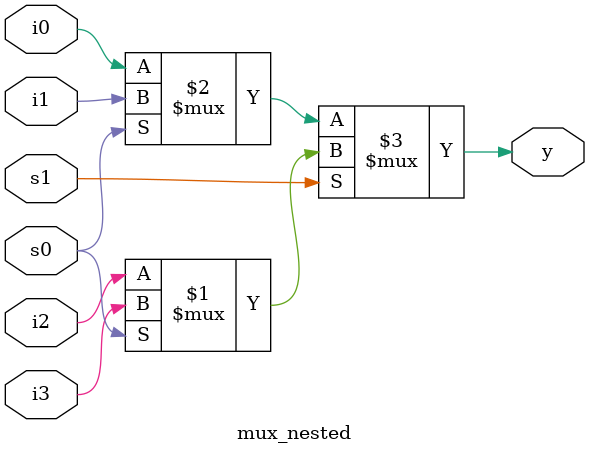
<source format=v>
module mux_nested(
	input s0, s1, i0, i1, i2, i3,
	output y
);

	assign y = s1 ? (s0 ? i3 : i2) : (s0 ? i1 : i0);

endmodule



</source>
